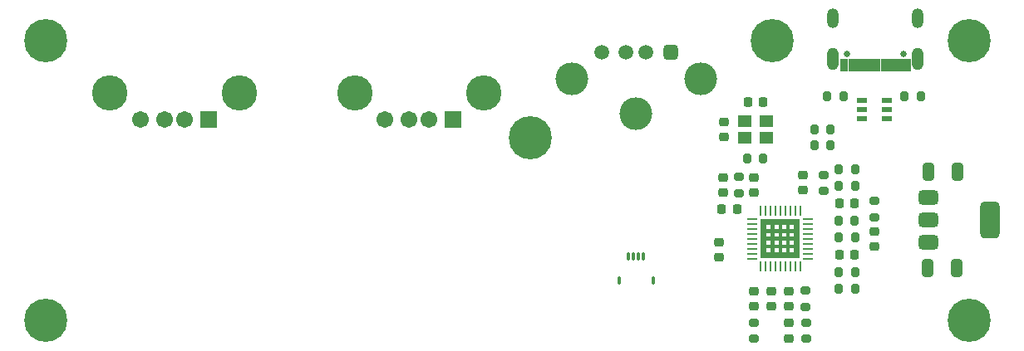
<source format=gbr>
%TF.GenerationSoftware,KiCad,Pcbnew,8.0.4*%
%TF.CreationDate,2024-10-24T20:47:50-05:00*%
%TF.ProjectId,numlocked_HUB,6e756d6c-6f63-46b6-9564-5f4855422e6b,rev?*%
%TF.SameCoordinates,Original*%
%TF.FileFunction,Soldermask,Top*%
%TF.FilePolarity,Negative*%
%FSLAX46Y46*%
G04 Gerber Fmt 4.6, Leading zero omitted, Abs format (unit mm)*
G04 Created by KiCad (PCBNEW 8.0.4) date 2024-10-24 20:47:50*
%MOMM*%
%LPD*%
G01*
G04 APERTURE LIST*
G04 Aperture macros list*
%AMRoundRect*
0 Rectangle with rounded corners*
0 $1 Rounding radius*
0 $2 $3 $4 $5 $6 $7 $8 $9 X,Y pos of 4 corners*
0 Add a 4 corners polygon primitive as box body*
4,1,4,$2,$3,$4,$5,$6,$7,$8,$9,$2,$3,0*
0 Add four circle primitives for the rounded corners*
1,1,$1+$1,$2,$3*
1,1,$1+$1,$4,$5*
1,1,$1+$1,$6,$7*
1,1,$1+$1,$8,$9*
0 Add four rect primitives between the rounded corners*
20,1,$1+$1,$2,$3,$4,$5,0*
20,1,$1+$1,$4,$5,$6,$7,0*
20,1,$1+$1,$6,$7,$8,$9,0*
20,1,$1+$1,$8,$9,$2,$3,0*%
G04 Aperture macros list end*
%ADD10C,0.010000*%
%ADD11C,0.000000*%
%ADD12RoundRect,0.225000X0.250000X-0.225000X0.250000X0.225000X-0.250000X0.225000X-0.250000X-0.225000X0*%
%ADD13RoundRect,0.200000X-0.200000X-0.275000X0.200000X-0.275000X0.200000X0.275000X-0.200000X0.275000X0*%
%ADD14C,4.400000*%
%ADD15C,0.650000*%
%ADD16O,1.204000X2.304000*%
%ADD17O,1.204000X2.004000*%
%ADD18RoundRect,0.102000X0.754000X0.754000X-0.754000X0.754000X-0.754000X-0.754000X0.754000X-0.754000X0*%
%ADD19C,1.712000*%
%ADD20C,3.600000*%
%ADD21RoundRect,0.075000X-0.075000X-0.325000X0.075000X-0.325000X0.075000X0.325000X-0.075000X0.325000X0*%
%ADD22RoundRect,0.100000X-0.100000X-0.300000X0.100000X-0.300000X0.100000X0.300000X-0.100000X0.300000X0*%
%ADD23RoundRect,0.225000X-0.225000X-0.250000X0.225000X-0.250000X0.225000X0.250000X-0.225000X0.250000X0*%
%ADD24R,1.066800X0.254000*%
%ADD25R,0.254000X1.066800*%
%ADD26RoundRect,0.225000X-0.250000X0.225000X-0.250000X-0.225000X0.250000X-0.225000X0.250000X0.225000X0*%
%ADD27RoundRect,0.200000X0.275000X-0.200000X0.275000X0.200000X-0.275000X0.200000X-0.275000X-0.200000X0*%
%ADD28RoundRect,0.250000X-0.325000X-0.650000X0.325000X-0.650000X0.325000X0.650000X-0.325000X0.650000X0*%
%ADD29RoundRect,0.225000X0.225000X0.250000X-0.225000X0.250000X-0.225000X-0.250000X0.225000X-0.250000X0*%
%ADD30RoundRect,0.200000X-0.275000X0.200000X-0.275000X-0.200000X0.275000X-0.200000X0.275000X0.200000X0*%
%ADD31RoundRect,0.200000X0.200000X0.275000X-0.200000X0.275000X-0.200000X-0.275000X0.200000X-0.275000X0*%
%ADD32R,1.092200X0.609600*%
%ADD33R,1.400000X1.200000*%
%ADD34RoundRect,0.375000X-0.625000X-0.375000X0.625000X-0.375000X0.625000X0.375000X-0.625000X0.375000X0*%
%ADD35RoundRect,0.500000X-0.500000X-1.400000X0.500000X-1.400000X0.500000X1.400000X-0.500000X1.400000X0*%
%ADD36RoundRect,0.377000X0.377000X0.377000X-0.377000X0.377000X-0.377000X-0.377000X0.377000X-0.377000X0*%
%ADD37C,1.508000*%
%ADD38C,3.340000*%
G04 APERTURE END LIST*
D10*
%TO.C,J1*%
X173627500Y-45580000D02*
X172927500Y-45580000D01*
X172927500Y-44330000D01*
X173627500Y-44330000D01*
X173627500Y-45580000D01*
G36*
X173627500Y-45580000D02*
G01*
X172927500Y-45580000D01*
X172927500Y-44330000D01*
X173627500Y-44330000D01*
X173627500Y-45580000D01*
G37*
X174427500Y-45580000D02*
X173727500Y-45580000D01*
X173727500Y-44330000D01*
X174427500Y-44330000D01*
X174427500Y-45580000D01*
G36*
X174427500Y-45580000D02*
G01*
X173727500Y-45580000D01*
X173727500Y-44330000D01*
X174427500Y-44330000D01*
X174427500Y-45580000D01*
G37*
X174927500Y-45580000D02*
X174527500Y-45580000D01*
X174527500Y-44330000D01*
X174927500Y-44330000D01*
X174927500Y-45580000D01*
G36*
X174927500Y-45580000D02*
G01*
X174527500Y-45580000D01*
X174527500Y-44330000D01*
X174927500Y-44330000D01*
X174927500Y-45580000D01*
G37*
X175427500Y-45580000D02*
X175027500Y-45580000D01*
X175027500Y-44330000D01*
X175427500Y-44330000D01*
X175427500Y-45580000D01*
G36*
X175427500Y-45580000D02*
G01*
X175027500Y-45580000D01*
X175027500Y-44330000D01*
X175427500Y-44330000D01*
X175427500Y-45580000D01*
G37*
X175927500Y-45580000D02*
X175527500Y-45580000D01*
X175527500Y-44330000D01*
X175927500Y-44330000D01*
X175927500Y-45580000D01*
G36*
X175927500Y-45580000D02*
G01*
X175527500Y-45580000D01*
X175527500Y-44330000D01*
X175927500Y-44330000D01*
X175927500Y-45580000D01*
G37*
X176427500Y-45580000D02*
X176027500Y-45580000D01*
X176027500Y-44330000D01*
X176427500Y-44330000D01*
X176427500Y-45580000D01*
G36*
X176427500Y-45580000D02*
G01*
X176027500Y-45580000D01*
X176027500Y-44330000D01*
X176427500Y-44330000D01*
X176427500Y-45580000D01*
G37*
X176927500Y-45580000D02*
X176527500Y-45580000D01*
X176527500Y-44330000D01*
X176927500Y-44330000D01*
X176927500Y-45580000D01*
G36*
X176927500Y-45580000D02*
G01*
X176527500Y-45580000D01*
X176527500Y-44330000D01*
X176927500Y-44330000D01*
X176927500Y-45580000D01*
G37*
X177427500Y-45580000D02*
X177027500Y-45580000D01*
X177027500Y-44330000D01*
X177427500Y-44330000D01*
X177427500Y-45580000D01*
G36*
X177427500Y-45580000D02*
G01*
X177027500Y-45580000D01*
X177027500Y-44330000D01*
X177427500Y-44330000D01*
X177427500Y-45580000D01*
G37*
X177927500Y-45580000D02*
X177527500Y-45580000D01*
X177527500Y-44330000D01*
X177927500Y-44330000D01*
X177927500Y-45580000D01*
G36*
X177927500Y-45580000D02*
G01*
X177527500Y-45580000D01*
X177527500Y-44330000D01*
X177927500Y-44330000D01*
X177927500Y-45580000D01*
G37*
X178427500Y-45580000D02*
X178027500Y-45580000D01*
X178027500Y-44330000D01*
X178427500Y-44330000D01*
X178427500Y-45580000D01*
G36*
X178427500Y-45580000D02*
G01*
X178027500Y-45580000D01*
X178027500Y-44330000D01*
X178427500Y-44330000D01*
X178427500Y-45580000D01*
G37*
X179227500Y-45580000D02*
X178527500Y-45580000D01*
X178527500Y-44330000D01*
X179227500Y-44330000D01*
X179227500Y-45580000D01*
G36*
X179227500Y-45580000D02*
G01*
X178527500Y-45580000D01*
X178527500Y-44330000D01*
X179227500Y-44330000D01*
X179227500Y-45580000D01*
G37*
X180027500Y-45580000D02*
X179327500Y-45580000D01*
X179327500Y-44330000D01*
X180027500Y-44330000D01*
X180027500Y-45580000D01*
G36*
X180027500Y-45580000D02*
G01*
X179327500Y-45580000D01*
X179327500Y-44330000D01*
X180027500Y-44330000D01*
X180027500Y-45580000D01*
G37*
D11*
%TO.C,U1*%
G36*
X165418900Y-64693900D02*
G01*
X164806100Y-64693900D01*
X164806100Y-60706100D01*
X165418900Y-60706100D01*
X165418900Y-64693900D01*
G37*
G36*
X168793900Y-61318900D02*
G01*
X164806100Y-61318900D01*
X164806100Y-60706100D01*
X168793900Y-60706100D01*
X168793900Y-61318900D01*
G37*
G36*
X168793900Y-62106300D02*
G01*
X164806100Y-62106300D01*
X164806100Y-61718900D01*
X168793900Y-61718900D01*
X168793900Y-62106300D01*
G37*
G36*
X168793900Y-62893700D02*
G01*
X164806100Y-62893700D01*
X164806100Y-62506300D01*
X168793900Y-62506300D01*
X168793900Y-62893700D01*
G37*
G36*
X168793900Y-63681100D02*
G01*
X164806100Y-63681100D01*
X164806100Y-63293700D01*
X168793900Y-63293700D01*
X168793900Y-63681100D01*
G37*
G36*
X168793900Y-64693900D02*
G01*
X164806100Y-64693900D01*
X164806100Y-64081100D01*
X168793900Y-64081100D01*
X168793900Y-64693900D01*
G37*
G36*
X166206300Y-64693900D02*
G01*
X165818900Y-64693900D01*
X165818900Y-60706100D01*
X166206300Y-60706100D01*
X166206300Y-64693900D01*
G37*
G36*
X166993700Y-64693900D02*
G01*
X166606300Y-64693900D01*
X166606300Y-60706100D01*
X166993700Y-60706100D01*
X166993700Y-64693900D01*
G37*
G36*
X167781100Y-64693900D02*
G01*
X167393700Y-64693900D01*
X167393700Y-60706100D01*
X167781100Y-60706100D01*
X167781100Y-64693900D01*
G37*
G36*
X168793900Y-64693900D02*
G01*
X168181100Y-64693900D01*
X168181100Y-60706100D01*
X168793900Y-60706100D01*
X168793900Y-64693900D01*
G37*
%TD*%
D12*
%TO.C,C15*%
X161000000Y-58025000D03*
X161000000Y-56475000D03*
%TD*%
D13*
%TO.C,R6*%
X172743900Y-60840000D03*
X174393900Y-60840000D03*
%TD*%
D14*
%TO.C,H3*%
X92000000Y-42500000D03*
%TD*%
%TO.C,H6*%
X92000000Y-71000000D03*
%TD*%
D15*
%TO.C,J1*%
X179367500Y-43880000D03*
X173587500Y-43880000D03*
D16*
X180797500Y-44380000D03*
X172157500Y-44380000D03*
D17*
X180797500Y-40200000D03*
X172157500Y-40200000D03*
%TD*%
D18*
%TO.C,J3*%
X133500000Y-50570000D03*
D19*
X131000000Y-50570000D03*
X129000000Y-50570000D03*
X126500000Y-50570000D03*
D20*
X136570000Y-47860000D03*
X123430000Y-47860000D03*
%TD*%
D21*
%TO.C,J5*%
X151350000Y-64500000D03*
X151850000Y-64500000D03*
X152350000Y-64500000D03*
X152850000Y-64500000D03*
D22*
X150350000Y-67000000D03*
X153850000Y-67000000D03*
%TD*%
D23*
%TO.C,C5*%
X172808900Y-64380000D03*
X174358900Y-64380000D03*
%TD*%
D24*
%TO.C,U1*%
X163955200Y-60668000D03*
X163955200Y-61176000D03*
X163955200Y-61684000D03*
X163955200Y-62192000D03*
X163955200Y-62700000D03*
X163955200Y-63208000D03*
X163955200Y-63716000D03*
X163955200Y-64224000D03*
X163955200Y-64732000D03*
D25*
X164768000Y-65544800D03*
X165276000Y-65544800D03*
X165784000Y-65544800D03*
X166292000Y-65544800D03*
X166800000Y-65544800D03*
X167308000Y-65544800D03*
X167816000Y-65544800D03*
X168324000Y-65544800D03*
X168832000Y-65544800D03*
D24*
X169644800Y-64732000D03*
X169644800Y-64224000D03*
X169644800Y-63716000D03*
X169644800Y-63208000D03*
X169644800Y-62700000D03*
X169644800Y-62192000D03*
X169644800Y-61684000D03*
X169644800Y-61176000D03*
X169644800Y-60668000D03*
D25*
X168832000Y-59855200D03*
X168324000Y-59855200D03*
X167816000Y-59855200D03*
X167308000Y-59855200D03*
X166800000Y-59855200D03*
X166292000Y-59855200D03*
X165784000Y-59855200D03*
X165276000Y-59855200D03*
X164768000Y-59855200D03*
%TD*%
D13*
%TO.C,R16*%
X171575000Y-48200000D03*
X173225000Y-48200000D03*
%TD*%
D12*
%TO.C,C9*%
X164100000Y-58025000D03*
X164100000Y-56475000D03*
%TD*%
D13*
%TO.C,R8*%
X172763207Y-66090000D03*
X174413207Y-66090000D03*
%TD*%
D14*
%TO.C,H4*%
X186000000Y-71000000D03*
%TD*%
D18*
%TO.C,J4*%
X108600000Y-50570000D03*
D19*
X106100000Y-50570000D03*
X104100000Y-50570000D03*
X101600000Y-50570000D03*
D20*
X111670000Y-47860000D03*
X98530000Y-47860000D03*
%TD*%
D26*
%TO.C,C1*%
X160550000Y-63075000D03*
X160550000Y-64625000D03*
%TD*%
D12*
%TO.C,C10*%
X165898900Y-69615000D03*
X165898900Y-68065000D03*
%TD*%
D13*
%TO.C,R5*%
X170275000Y-53200000D03*
X171925000Y-53200000D03*
%TD*%
D14*
%TO.C,H1*%
X186000000Y-42500000D03*
%TD*%
D27*
%TO.C,R12*%
X171209607Y-57849293D03*
X171209607Y-56199293D03*
%TD*%
D12*
%TO.C,C11*%
X161050000Y-52315000D03*
X161050000Y-50765000D03*
%TD*%
D28*
%TO.C,C13*%
X181925000Y-55900000D03*
X184875000Y-55900000D03*
%TD*%
D13*
%TO.C,R7*%
X172758900Y-62590000D03*
X174408900Y-62590000D03*
%TD*%
D29*
%TO.C,C4*%
X162375000Y-59700000D03*
X160825000Y-59700000D03*
%TD*%
D14*
%TO.C,H2*%
X141300000Y-52400000D03*
%TD*%
D30*
%TO.C,R3*%
X169398900Y-68015000D03*
X169398900Y-69665000D03*
%TD*%
D12*
%TO.C,C6*%
X169100000Y-57750707D03*
X169100000Y-56200707D03*
%TD*%
D28*
%TO.C,C14*%
X181825000Y-65700000D03*
X184775000Y-65700000D03*
%TD*%
D13*
%TO.C,R14*%
X163425000Y-54550000D03*
X165075000Y-54550000D03*
%TD*%
D23*
%TO.C,C8*%
X172798900Y-59090000D03*
X174348900Y-59090000D03*
%TD*%
D30*
%TO.C,R9*%
X176388900Y-58855000D03*
X176388900Y-60505000D03*
%TD*%
D31*
%TO.C,R4*%
X174425000Y-67800000D03*
X172775000Y-67800000D03*
%TD*%
D32*
%TO.C,U4*%
X177644600Y-50439800D03*
X177644600Y-49500000D03*
X177644600Y-48560200D03*
X175155400Y-48560200D03*
X175155400Y-49500000D03*
X175155400Y-50439800D03*
%TD*%
D31*
%TO.C,R15*%
X181125000Y-48200000D03*
X179475000Y-48200000D03*
%TD*%
D13*
%TO.C,R17*%
X170275000Y-51600000D03*
X171925000Y-51600000D03*
%TD*%
D26*
%TO.C,C2*%
X164148900Y-68065000D03*
X164148900Y-69615000D03*
%TD*%
D31*
%TO.C,R10*%
X174413900Y-55590000D03*
X172763900Y-55590000D03*
%TD*%
D27*
%TO.C,R13*%
X162550000Y-58075000D03*
X162550000Y-56425000D03*
%TD*%
D30*
%TO.C,R1*%
X164148900Y-71265000D03*
X164148900Y-72915000D03*
%TD*%
D26*
%TO.C,C7*%
X176388900Y-61975000D03*
X176388900Y-63525000D03*
%TD*%
D29*
%TO.C,C12*%
X165075000Y-48790000D03*
X163525000Y-48790000D03*
%TD*%
D26*
%TO.C,C3*%
X167648900Y-68065000D03*
X167648900Y-69615000D03*
%TD*%
D33*
%TO.C,Y1*%
X163200000Y-52450000D03*
X165400000Y-52450000D03*
X165400000Y-50750000D03*
X163200000Y-50750000D03*
%TD*%
D30*
%TO.C,R2*%
X169400000Y-71265000D03*
X169400000Y-72915000D03*
%TD*%
D14*
%TO.C,H2*%
X166000000Y-42500000D03*
%TD*%
D34*
%TO.C,U2*%
X181850000Y-58500000D03*
X181850000Y-60800000D03*
X181850000Y-63100000D03*
D35*
X188150000Y-60800000D03*
%TD*%
D13*
%TO.C,R11*%
X172753900Y-57340000D03*
X174403900Y-57340000D03*
%TD*%
D26*
%TO.C,C16*%
X167648900Y-71315000D03*
X167648900Y-72865000D03*
%TD*%
D36*
%TO.C,J2*%
X155600000Y-43705000D03*
D37*
X153100000Y-43705000D03*
X151100000Y-43705000D03*
X148600000Y-43705000D03*
D38*
X158670000Y-46415000D03*
X152100000Y-49915000D03*
X145530000Y-46415000D03*
%TD*%
M02*

</source>
